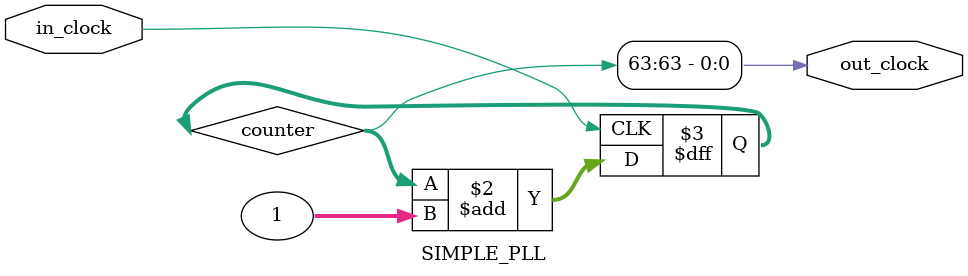
<source format=v>
/* Simple model of a PLL which divides the input block by 64 */
module SIMPLE_PLL (in_clock, out_clock);

	input wire in_clock;

	(* CLOCK *)
	output wire out_clock;

	reg [63:0] counter;
	always @(posedge in_clock) begin
		counter = counter + 1;
	end

	assign out_clock = counter[63];
endmodule

</source>
